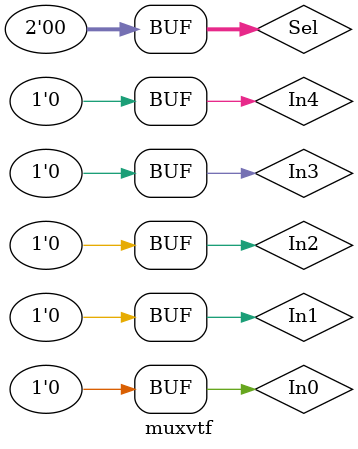
<source format=v>
`timescale 1ns / 1ps


module muxvtf;

	// Inputs
	reg In0;
	reg In1;
	reg In2;
	reg In3;
	reg In4;
	reg [1:0] Sel;

	// Outputs
	wire Out;

	// Instantiate the Unit Under Test (UUT)
	mux uut (
		.In0(In0), 
		.In1(In1), 
		.In2(In2),
		.In3(In3), 
		.In4(In4), 
		.Sel(Sel), 
		.Out(Out)
	);

	initial begin
		// Initialize Inputs
		In0 = 0;
		In1 = 0;
		In2 = 0;
		In3 = 0;
		In4 = 0;
		Sel = 0;

		// Wait 100 ns for global reset to finish
		#100;
        
		// Add stimulus here
		//...................
		#100 Sel = 0; In0 = 1;
		#100 Sel = 1; In0 = 0; In1 = 1;
		#100 Sel = 2; In0 = 0; In1 = 0; In2 = 1;
		#100 Sel = 3; In0 = 0; In1 = 0; In2 = 0; In3 = 1;
		//
		#100 Sel = 0; In0 = 0; In1 = 1; In2 = 1; In3 = 1;
		#100 Sel = 1; In0 = 1; In1 = 0; In2 = 1; In3 = 1;
		#100 Sel = 2; In0 = 1; In1 = 1; In2 = 0; In3 = 1;
		#100 Sel = 3; In0 = 1; In1 = 1; In2 = 1; In3 = 0;
		//Zero everyone
		#100 Sel = 0; In0 = 0; In1 = 0; In2 = 0; In3 = 0;

	end
      
endmodule


</source>
